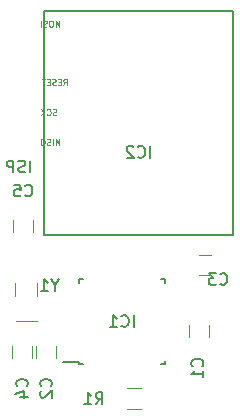
<source format=gbo>
G04 #@! TF.FileFunction,Legend,Bot*
%FSLAX46Y46*%
G04 Gerber Fmt 4.6, Leading zero omitted, Abs format (unit mm)*
G04 Created by KiCad (PCBNEW 4.0.2-stable) date 29.05.2017 13:31:58*
%MOMM*%
G01*
G04 APERTURE LIST*
%ADD10C,0.100000*%
%ADD11C,0.150000*%
%ADD12C,0.120000*%
G04 APERTURE END LIST*
D10*
D11*
X172426190Y-101988881D02*
X172426190Y-100988881D01*
X171997619Y-101941262D02*
X171854762Y-101988881D01*
X171616666Y-101988881D01*
X171521428Y-101941262D01*
X171473809Y-101893643D01*
X171426190Y-101798405D01*
X171426190Y-101703167D01*
X171473809Y-101607929D01*
X171521428Y-101560310D01*
X171616666Y-101512690D01*
X171807143Y-101465071D01*
X171902381Y-101417452D01*
X171950000Y-101369833D01*
X171997619Y-101274595D01*
X171997619Y-101179357D01*
X171950000Y-101084119D01*
X171902381Y-101036500D01*
X171807143Y-100988881D01*
X171569047Y-100988881D01*
X171426190Y-101036500D01*
X170997619Y-101988881D02*
X170997619Y-100988881D01*
X170616666Y-100988881D01*
X170521428Y-101036500D01*
X170473809Y-101084119D01*
X170426190Y-101179357D01*
X170426190Y-101322214D01*
X170473809Y-101417452D01*
X170521428Y-101465071D01*
X170616666Y-101512690D01*
X170997619Y-101512690D01*
D10*
X174902714Y-99667190D02*
X174902714Y-99167190D01*
X174736048Y-99524333D01*
X174569381Y-99167190D01*
X174569381Y-99667190D01*
X174331285Y-99667190D02*
X174331285Y-99167190D01*
X174117000Y-99643381D02*
X174045571Y-99667190D01*
X173926524Y-99667190D01*
X173878905Y-99643381D01*
X173855095Y-99619571D01*
X173831286Y-99571952D01*
X173831286Y-99524333D01*
X173855095Y-99476714D01*
X173878905Y-99452905D01*
X173926524Y-99429095D01*
X174021762Y-99405286D01*
X174069381Y-99381476D01*
X174093190Y-99357667D01*
X174117000Y-99310048D01*
X174117000Y-99262429D01*
X174093190Y-99214810D01*
X174069381Y-99191000D01*
X174021762Y-99167190D01*
X173902714Y-99167190D01*
X173831286Y-99191000D01*
X173521762Y-99167190D02*
X173426524Y-99167190D01*
X173378905Y-99191000D01*
X173331286Y-99238619D01*
X173307477Y-99333857D01*
X173307477Y-99500524D01*
X173331286Y-99595762D01*
X173378905Y-99643381D01*
X173426524Y-99667190D01*
X173521762Y-99667190D01*
X173569381Y-99643381D01*
X173617000Y-99595762D01*
X173640810Y-99500524D01*
X173640810Y-99333857D01*
X173617000Y-99238619D01*
X173569381Y-99191000D01*
X173521762Y-99167190D01*
X174632857Y-97103381D02*
X174561428Y-97127190D01*
X174442381Y-97127190D01*
X174394762Y-97103381D01*
X174370952Y-97079571D01*
X174347143Y-97031952D01*
X174347143Y-96984333D01*
X174370952Y-96936714D01*
X174394762Y-96912905D01*
X174442381Y-96889095D01*
X174537619Y-96865286D01*
X174585238Y-96841476D01*
X174609047Y-96817667D01*
X174632857Y-96770048D01*
X174632857Y-96722429D01*
X174609047Y-96674810D01*
X174585238Y-96651000D01*
X174537619Y-96627190D01*
X174418571Y-96627190D01*
X174347143Y-96651000D01*
X173847143Y-97079571D02*
X173870953Y-97103381D01*
X173942381Y-97127190D01*
X173990000Y-97127190D01*
X174061429Y-97103381D01*
X174109048Y-97055762D01*
X174132857Y-97008143D01*
X174156667Y-96912905D01*
X174156667Y-96841476D01*
X174132857Y-96746238D01*
X174109048Y-96698619D01*
X174061429Y-96651000D01*
X173990000Y-96627190D01*
X173942381Y-96627190D01*
X173870953Y-96651000D01*
X173847143Y-96674810D01*
X173632857Y-97127190D02*
X173632857Y-96627190D01*
X173347143Y-97127190D02*
X173561429Y-96841476D01*
X173347143Y-96627190D02*
X173632857Y-96912905D01*
X175224190Y-94587190D02*
X175390857Y-94349095D01*
X175509904Y-94587190D02*
X175509904Y-94087190D01*
X175319428Y-94087190D01*
X175271809Y-94111000D01*
X175248000Y-94134810D01*
X175224190Y-94182429D01*
X175224190Y-94253857D01*
X175248000Y-94301476D01*
X175271809Y-94325286D01*
X175319428Y-94349095D01*
X175509904Y-94349095D01*
X175009904Y-94325286D02*
X174843238Y-94325286D01*
X174771809Y-94587190D02*
X175009904Y-94587190D01*
X175009904Y-94087190D01*
X174771809Y-94087190D01*
X174581333Y-94563381D02*
X174509904Y-94587190D01*
X174390857Y-94587190D01*
X174343238Y-94563381D01*
X174319428Y-94539571D01*
X174295619Y-94491952D01*
X174295619Y-94444333D01*
X174319428Y-94396714D01*
X174343238Y-94372905D01*
X174390857Y-94349095D01*
X174486095Y-94325286D01*
X174533714Y-94301476D01*
X174557523Y-94277667D01*
X174581333Y-94230048D01*
X174581333Y-94182429D01*
X174557523Y-94134810D01*
X174533714Y-94111000D01*
X174486095Y-94087190D01*
X174367047Y-94087190D01*
X174295619Y-94111000D01*
X174081333Y-94325286D02*
X173914667Y-94325286D01*
X173843238Y-94587190D02*
X174081333Y-94587190D01*
X174081333Y-94087190D01*
X173843238Y-94087190D01*
X173700381Y-94087190D02*
X173414667Y-94087190D01*
X173557524Y-94587190D02*
X173557524Y-94087190D01*
X174902714Y-89634190D02*
X174902714Y-89134190D01*
X174736048Y-89491333D01*
X174569381Y-89134190D01*
X174569381Y-89634190D01*
X174236047Y-89134190D02*
X174140809Y-89134190D01*
X174093190Y-89158000D01*
X174045571Y-89205619D01*
X174021762Y-89300857D01*
X174021762Y-89467524D01*
X174045571Y-89562762D01*
X174093190Y-89610381D01*
X174140809Y-89634190D01*
X174236047Y-89634190D01*
X174283666Y-89610381D01*
X174331285Y-89562762D01*
X174355095Y-89467524D01*
X174355095Y-89300857D01*
X174331285Y-89205619D01*
X174283666Y-89158000D01*
X174236047Y-89134190D01*
X173831285Y-89610381D02*
X173759856Y-89634190D01*
X173640809Y-89634190D01*
X173593190Y-89610381D01*
X173569380Y-89586571D01*
X173545571Y-89538952D01*
X173545571Y-89491333D01*
X173569380Y-89443714D01*
X173593190Y-89419905D01*
X173640809Y-89396095D01*
X173736047Y-89372286D01*
X173783666Y-89348476D01*
X173807475Y-89324667D01*
X173831285Y-89277048D01*
X173831285Y-89229429D01*
X173807475Y-89181810D01*
X173783666Y-89158000D01*
X173736047Y-89134190D01*
X173616999Y-89134190D01*
X173545571Y-89158000D01*
X173331285Y-89634190D02*
X173331285Y-89134190D01*
D11*
X176588000Y-118242500D02*
X176588000Y-118017500D01*
X183838000Y-118242500D02*
X183838000Y-117917500D01*
X183838000Y-110992500D02*
X183838000Y-111317500D01*
X176588000Y-110992500D02*
X176588000Y-111317500D01*
X176588000Y-118242500D02*
X176913000Y-118242500D01*
X176588000Y-110992500D02*
X176913000Y-110992500D01*
X183838000Y-110992500D02*
X183513000Y-110992500D01*
X183838000Y-118242500D02*
X183513000Y-118242500D01*
X176588000Y-118017500D02*
X175163000Y-118017500D01*
X189610000Y-107282000D02*
X173610000Y-107282000D01*
X173610000Y-107282000D02*
X173610000Y-88282000D01*
X173610000Y-88282000D02*
X189610000Y-88282000D01*
X189610000Y-88282000D02*
X189610000Y-107282000D01*
D12*
X185840000Y-115943000D02*
X185840000Y-114943000D01*
X187540000Y-114943000D02*
X187540000Y-115943000D01*
X172949500Y-117721000D02*
X172949500Y-116721000D01*
X174649500Y-116721000D02*
X174649500Y-117721000D01*
X186698000Y-108941500D02*
X187698000Y-108941500D01*
X187698000Y-110641500D02*
X186698000Y-110641500D01*
X181829000Y-120278000D02*
X180629000Y-120278000D01*
X180629000Y-122038000D02*
X181829000Y-122038000D01*
X170854000Y-117721000D02*
X170854000Y-116721000D01*
X172554000Y-116721000D02*
X172554000Y-117721000D01*
X172681000Y-105989500D02*
X172681000Y-106989500D01*
X170981000Y-106989500D02*
X170981000Y-105989500D01*
X173035000Y-112437000D02*
X173035000Y-111337000D01*
X171135000Y-112437000D02*
X171135000Y-111337000D01*
X172985000Y-114587000D02*
X171185000Y-114587000D01*
D11*
X181189190Y-115069881D02*
X181189190Y-114069881D01*
X180141571Y-114974643D02*
X180189190Y-115022262D01*
X180332047Y-115069881D01*
X180427285Y-115069881D01*
X180570143Y-115022262D01*
X180665381Y-114927024D01*
X180713000Y-114831786D01*
X180760619Y-114641310D01*
X180760619Y-114498452D01*
X180713000Y-114307976D01*
X180665381Y-114212738D01*
X180570143Y-114117500D01*
X180427285Y-114069881D01*
X180332047Y-114069881D01*
X180189190Y-114117500D01*
X180141571Y-114165119D01*
X179189190Y-115069881D02*
X179760619Y-115069881D01*
X179474905Y-115069881D02*
X179474905Y-114069881D01*
X179570143Y-114212738D01*
X179665381Y-114307976D01*
X179760619Y-114355595D01*
X182586190Y-100734381D02*
X182586190Y-99734381D01*
X181538571Y-100639143D02*
X181586190Y-100686762D01*
X181729047Y-100734381D01*
X181824285Y-100734381D01*
X181967143Y-100686762D01*
X182062381Y-100591524D01*
X182110000Y-100496286D01*
X182157619Y-100305810D01*
X182157619Y-100162952D01*
X182110000Y-99972476D01*
X182062381Y-99877238D01*
X181967143Y-99782000D01*
X181824285Y-99734381D01*
X181729047Y-99734381D01*
X181586190Y-99782000D01*
X181538571Y-99829619D01*
X181157619Y-99829619D02*
X181110000Y-99782000D01*
X181014762Y-99734381D01*
X180776666Y-99734381D01*
X180681428Y-99782000D01*
X180633809Y-99829619D01*
X180586190Y-99924857D01*
X180586190Y-100020095D01*
X180633809Y-100162952D01*
X181205238Y-100734381D01*
X180586190Y-100734381D01*
X186983643Y-118387834D02*
X187031262Y-118340215D01*
X187078881Y-118197358D01*
X187078881Y-118102120D01*
X187031262Y-117959262D01*
X186936024Y-117864024D01*
X186840786Y-117816405D01*
X186650310Y-117768786D01*
X186507452Y-117768786D01*
X186316976Y-117816405D01*
X186221738Y-117864024D01*
X186126500Y-117959262D01*
X186078881Y-118102120D01*
X186078881Y-118197358D01*
X186126500Y-118340215D01*
X186174119Y-118387834D01*
X187078881Y-119340215D02*
X187078881Y-118768786D01*
X187078881Y-119054500D02*
X186078881Y-119054500D01*
X186221738Y-118959262D01*
X186316976Y-118864024D01*
X186364595Y-118768786D01*
X174156643Y-120102334D02*
X174204262Y-120054715D01*
X174251881Y-119911858D01*
X174251881Y-119816620D01*
X174204262Y-119673762D01*
X174109024Y-119578524D01*
X174013786Y-119530905D01*
X173823310Y-119483286D01*
X173680452Y-119483286D01*
X173489976Y-119530905D01*
X173394738Y-119578524D01*
X173299500Y-119673762D01*
X173251881Y-119816620D01*
X173251881Y-119911858D01*
X173299500Y-120054715D01*
X173347119Y-120102334D01*
X173347119Y-120483286D02*
X173299500Y-120530905D01*
X173251881Y-120626143D01*
X173251881Y-120864239D01*
X173299500Y-120959477D01*
X173347119Y-121007096D01*
X173442357Y-121054715D01*
X173537595Y-121054715D01*
X173680452Y-121007096D01*
X174251881Y-120435667D01*
X174251881Y-121054715D01*
X188507666Y-111418643D02*
X188555285Y-111466262D01*
X188698142Y-111513881D01*
X188793380Y-111513881D01*
X188936238Y-111466262D01*
X189031476Y-111371024D01*
X189079095Y-111275786D01*
X189126714Y-111085310D01*
X189126714Y-110942452D01*
X189079095Y-110751976D01*
X189031476Y-110656738D01*
X188936238Y-110561500D01*
X188793380Y-110513881D01*
X188698142Y-110513881D01*
X188555285Y-110561500D01*
X188507666Y-110609119D01*
X188174333Y-110513881D02*
X187555285Y-110513881D01*
X187888619Y-110894833D01*
X187745761Y-110894833D01*
X187650523Y-110942452D01*
X187602904Y-110990071D01*
X187555285Y-111085310D01*
X187555285Y-111323405D01*
X187602904Y-111418643D01*
X187650523Y-111466262D01*
X187745761Y-111513881D01*
X188031476Y-111513881D01*
X188126714Y-111466262D01*
X188174333Y-111418643D01*
X177966666Y-121610381D02*
X178300000Y-121134190D01*
X178538095Y-121610381D02*
X178538095Y-120610381D01*
X178157142Y-120610381D01*
X178061904Y-120658000D01*
X178014285Y-120705619D01*
X177966666Y-120800857D01*
X177966666Y-120943714D01*
X178014285Y-121038952D01*
X178061904Y-121086571D01*
X178157142Y-121134190D01*
X178538095Y-121134190D01*
X177014285Y-121610381D02*
X177585714Y-121610381D01*
X177300000Y-121610381D02*
X177300000Y-120610381D01*
X177395238Y-120753238D01*
X177490476Y-120848476D01*
X177585714Y-120896095D01*
X172124643Y-120102334D02*
X172172262Y-120054715D01*
X172219881Y-119911858D01*
X172219881Y-119816620D01*
X172172262Y-119673762D01*
X172077024Y-119578524D01*
X171981786Y-119530905D01*
X171791310Y-119483286D01*
X171648452Y-119483286D01*
X171457976Y-119530905D01*
X171362738Y-119578524D01*
X171267500Y-119673762D01*
X171219881Y-119816620D01*
X171219881Y-119911858D01*
X171267500Y-120054715D01*
X171315119Y-120102334D01*
X171553214Y-120959477D02*
X172219881Y-120959477D01*
X171172262Y-120721381D02*
X171886548Y-120483286D01*
X171886548Y-121102334D01*
X171997666Y-103925643D02*
X172045285Y-103973262D01*
X172188142Y-104020881D01*
X172283380Y-104020881D01*
X172426238Y-103973262D01*
X172521476Y-103878024D01*
X172569095Y-103782786D01*
X172616714Y-103592310D01*
X172616714Y-103449452D01*
X172569095Y-103258976D01*
X172521476Y-103163738D01*
X172426238Y-103068500D01*
X172283380Y-103020881D01*
X172188142Y-103020881D01*
X172045285Y-103068500D01*
X171997666Y-103116119D01*
X171092904Y-103020881D02*
X171569095Y-103020881D01*
X171616714Y-103497071D01*
X171569095Y-103449452D01*
X171473857Y-103401833D01*
X171235761Y-103401833D01*
X171140523Y-103449452D01*
X171092904Y-103497071D01*
X171045285Y-103592310D01*
X171045285Y-103830405D01*
X171092904Y-103925643D01*
X171140523Y-103973262D01*
X171235761Y-104020881D01*
X171473857Y-104020881D01*
X171569095Y-103973262D01*
X171616714Y-103925643D01*
X174529691Y-111545690D02*
X174529691Y-112021881D01*
X174863024Y-111021881D02*
X174529691Y-111545690D01*
X174196357Y-111021881D01*
X173339214Y-112021881D02*
X173910643Y-112021881D01*
X173624929Y-112021881D02*
X173624929Y-111021881D01*
X173720167Y-111164738D01*
X173815405Y-111259976D01*
X173910643Y-111307595D01*
M02*

</source>
